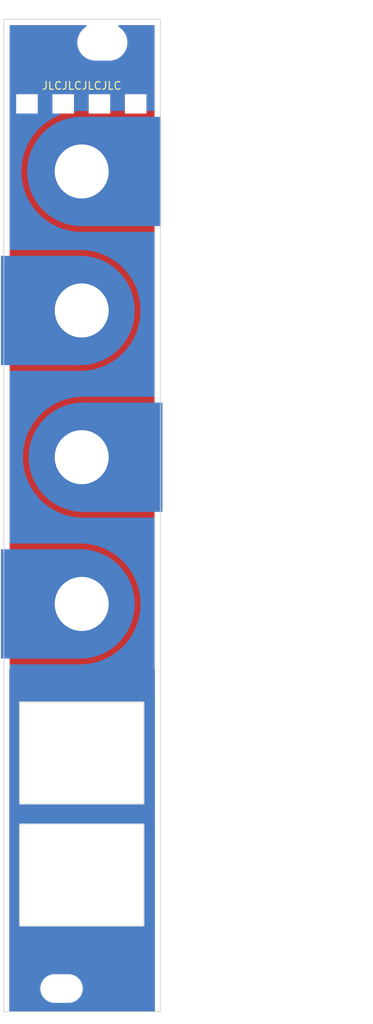
<source format=kicad_pcb>
(kicad_pcb (version 20211014) (generator pcbnew)
  (layers (0 "F.Cu" signal) (31 "B.Cu" signal) (34 "B.Paste" user) (35 "F.Paste" user) (36 "B.SilkS" user "B.Silkscreen") (37 "F.SilkS" user "F.Silkscreen") (38 "B.Mask" user) (39 "F.Mask" user) (44 "Edge.Cuts" user))
  (net 0 "")
  (footprint "Custom_Footprints:Oval_Mounting_Hole" (layer "F.Cu") (at 62.08 37.3)
    (fp_text reference "Ref**" hide)
    (fp_text value "Oval_Mounting_Hole" hide)
    (pad "" np_thru_hole oval locked (at 0 0) (size 5 3.2) (drill oval 5 3.2) (layers F&B.Cu *.Mask))
  )
  (footprint "Custom_Footprints:Oval_Mounting_Hole" (layer "F.Cu") (at 56.78 159.8)
    (fp_text reference "Ref**" hide)
    (fp_text value "Oval_Mounting_Hole" hide)
    (pad "" np_thru_hole oval locked (at 0 0) (size 5 3.2) (drill oval 5 3.2) (layers F&B.Cu *.Mask))
  )
  (footprint "Custom_Footprints:Alpha_9mm_pot_hole" (layer "B.Cu") (at 59.4 110 180)
    (fp_text reference "Ref**" hide)
    (fp_text value "Alpha_9mm_pot_hole" hide)
    (pad "" np_thru_hole circle (at 0 0 180) (size 7 7) (drill 7) (layers F&B.Cu *.Mask))
  )
  (footprint "Graphics:Quad_logo" (layer "B.Cu") (at 54.647488 36.824381 180)
    (fp_text reference "Ge" hide)
    (fp_text value "LOGO" hide)
  )
  (footprint "kibuzzard-640B6CDE" (layer "B.Cu") (at 53.5 68.7 180)
    (fp_text reference "kibuzzard-640B6CDE" hide)
    (fp_text value "G***" hide)
  )
  (footprint "kibuzzard-640B6CC5" (layer "B.Cu") (at 65.15 50.5 180)
    (fp_text reference "kibuzzard-640B6CC5" hide)
    (fp_text value "G***" hide)
  )
  (footprint "Custom_Footprints:Alpha_9mm_pot_hole" (layer "B.Cu") (at 59.4 91 180)
    (fp_text reference "Ref**" hide)
    (fp_text value "Alpha_9mm_pot_hole" hide)
    (pad "" np_thru_hole circle (at 0 0 180) (size 7 7) (drill 7) (layers F&B.Cu *.Mask))
  )
  (footprint "Custom_Footprints:RJ45_Amphenol_RJHSE-3080_Mounting_Hole" (layer "B.Cu") (at 59.4 145.1 180)
    (fp_text reference "REF**" hide)
    (fp_text value "RJ45_Amphenol_RJHSE-3080_Mounting_Hole" hide)
    (fp_rect (start -8.065 6.605) (end 8.065 -6.605) (layer "Edge.Cuts") (width 0.12) (fill none))
  )
  (footprint "kibuzzard-640B6B46" (layer "B.Cu") (at 61.05 121.3 180)
    (fp_text reference "kibuzzard-640B6B46" hide)
    (fp_text value "G***" hide)
  )
  (footprint "Custom_Footprints:Alpha_9mm_pot_hole" (layer "B.Cu") (at 59.4 54 180)
    (fp_text reference "Ref**" hide)
    (fp_text value "Alpha_9mm_pot_hole" hide)
    (pad "" np_thru_hole circle (at 0 0 180) (size 7 7) (drill 7) (layers *.Cu *.Mask))
  )
  (footprint "Custom_Footprints:Alpha_9mm_pot_hole" (layer "B.Cu") (at 59.4 72 180)
    (fp_text reference "Ref**" hide)
    (fp_text value "Alpha_9mm_pot_hole" hide)
    (pad "" np_thru_hole circle (at 0 0 180) (size 7 7) (drill 7) (layers F&B.Cu *.Mask))
  )
  (footprint "Graphics:Env_logo" (layer "B.Cu") (at 54.3 39.9 180)
    (fp_text reference "G***" hide)
    (fp_text value "LOGO" hide)
  )
  (footprint "kibuzzard-640B6B56" (layer "B.Cu") (at 58.25 153.1 180)
    (fp_text reference "kibuzzard-640B6B56" hide)
    (fp_text value "G***" hide)
  )
  (footprint "kibuzzard-640B6D2B" (layer "B.Cu") (at 53.45 106.75 180)
    (fp_text reference "kibuzzard-640B6D2B" hide)
    (fp_text value "G***" hide)
  )
  (footprint "Custom_Footprints:RJ45_Amphenol_RJHSE-3080_Mounting_Hole" (layer "B.Cu") (at 59.4 129.3 180)
    (fp_text reference "REF**" hide)
    (fp_text value "RJ45_Amphenol_RJHSE-3080_Mounting_Hole" hide)
    (fp_rect (start -8.065 6.605) (end 8.065 -6.605) (layer "Edge.Cuts") (width 0.12) (fill none))
  )
  (footprint "kibuzzard-640B6D1B" (layer "B.Cu") (at 65.3 87.7 180)
    (fp_text reference "kibuzzard-640B6D1B" hide)
    (fp_text value "G***" hide)
  )
  (gr_rect (start 49 117) (end 59.4 103) (layer "B.Cu") (width 0.15) (fill solid))
  (gr_rect (start 69.8 84) (end 59.4 98) (layer "B.Cu") (width 0.15) (fill solid))
  (gr_circle (center 59.4 54) (end 66.4 54) (layer "B.Cu") (width 0.15) (fill solid))
  (gr_circle (center 59.2 110) (end 52.2 110) (layer "B.Cu") (width 0.15) (fill solid))
  (gr_circle (center 59.2 72) (end 52.2 72) (layer "B.Cu") (width 0.15) (fill solid))
  (gr_circle (center 59.6 91) (end 66.6 91) (layer "B.Cu") (width 0.15) (fill solid))
  (gr_rect (start 49 79) (end 59.4 65) (layer "B.Cu") (width 0.15) (fill solid))
  (gr_rect (start 69.6 47) (end 59.2 61) (layer "B.Cu") (width 0.15) (fill solid))
  (gr_rect locked (start 49.3 34.3) (end 69.6 162.8) (layer "Edge.Cuts") (width 0.1) (fill none))
  (gr_text "JLCJLCJLCJLC" (at 59.4 42.9) (layer "F.SilkS") (effects (font (size 1 1))))
  (zone (net 0) (net_name "") (layers F&B.Cu *.Mask "Edge.Cuts") (connect_pads (clearance 0)) (min_thickness 0.254)
    (keepout (tracks not_allowed) (vias not_allowed) (pads not_allowed) (copperpour not_allowed) (footprints allowed))
    (fill (thermal_gap 0.508) (thermal_bridge_width 0.508))
    (polygon (pts (xy 58.4 46.5) (xy 55.6 46.5) (xy 55.6 44) (xy 58.4 44)))
  )
  (zone (net 0) (net_name "") (layers F&B.Cu *.Mask "Edge.Cuts") (connect_pads (clearance 0)) (min_thickness 0.254)
    (keepout (tracks not_allowed) (vias not_allowed) (pads not_allowed) (copperpour not_allowed) (footprints allowed))
    (fill (thermal_gap 0.508) (thermal_bridge_width 0.508))
    (polygon (pts (xy 63.1 46.5) (xy 60.3 46.5) (xy 60.3 44) (xy 63.1 44)))
  )
  (zone (net 0) (net_name "") (layers F&B.Cu *.Mask "Edge.Cuts") (connect_pads (clearance 0)) (min_thickness 0.254)
    (keepout (tracks not_allowed) (vias not_allowed) (pads not_allowed) (copperpour not_allowed) (footprints allowed))
    (fill (thermal_gap 0.508) (thermal_bridge_width 0.508))
    (polygon (pts (xy 53.7 46.5) (xy 50.9 46.5) (xy 50.9 44) (xy 53.7 44)))
  )
  (zone (net 0) (net_name "") (layers F&B.Cu "Edge.Cuts") (connect_pads (clearance 0)) (min_thickness 0.254)
    (keepout (tracks not_allowed) (vias not_allowed) (pads not_allowed) (copperpour not_allowed) (footprints allowed))
    (fill (thermal_gap 0.508) (thermal_bridge_width 0.508))
    (polygon (pts (xy 67.8 46.5) (xy 65 46.5) (xy 65 44) (xy 67.8 44)))
  )
  (zone (net 0) (net_name "") (layers F&B.Cu) (priority 1) (connect_pads (clearance 0.75)) (min_thickness 0.254) (fill yes (thermal_gap 0.508) (thermal_bridge_width 0.508))
    (polygon (pts (xy 70 164.4) (xy 48.8 164.4) (xy 48.8 33.671131) (xy 70 33.671131)))
  )
  (zone (net 0) (net_name "") (layer "B.Cu") (priority 1) (connect_pads (clearance 0)) (min_thickness 0.254) (fill yes (thermal_gap 0.508) (thermal_bridge_width 0.508))
    (polygon (pts (xy 68.9 163.2) (xy 50 163.2) (xy 50 118.471131) (xy 68.9 118.471131)))
  )
)
</source>
